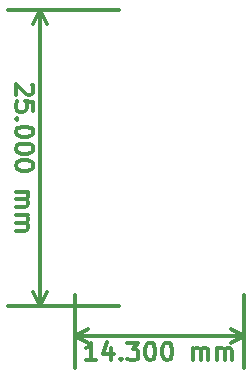
<source format=gbr>
G04 #@! TF.FileFunction,Drawing*
%FSLAX46Y46*%
G04 Gerber Fmt 4.6, Leading zero omitted, Abs format (unit mm)*
G04 Created by KiCad (PCBNEW 201611132049+7352~55~ubuntu14.04.1-product) date Wed Nov 16 08:41:23 2016*
%MOMM*%
%LPD*%
G01*
G04 APERTURE LIST*
%ADD10C,0.100000*%
%ADD11C,0.300000*%
G04 APERTURE END LIST*
D10*
D11*
X139678571Y-96335714D02*
X139750000Y-96407142D01*
X139821428Y-96550000D01*
X139821428Y-96907142D01*
X139750000Y-97050000D01*
X139678571Y-97121428D01*
X139535714Y-97192857D01*
X139392857Y-97192857D01*
X139178571Y-97121428D01*
X138321428Y-96264285D01*
X138321428Y-97192857D01*
X139821428Y-98550000D02*
X139821428Y-97835714D01*
X139107142Y-97764285D01*
X139178571Y-97835714D01*
X139250000Y-97978571D01*
X139250000Y-98335714D01*
X139178571Y-98478571D01*
X139107142Y-98550000D01*
X138964285Y-98621428D01*
X138607142Y-98621428D01*
X138464285Y-98550000D01*
X138392857Y-98478571D01*
X138321428Y-98335714D01*
X138321428Y-97978571D01*
X138392857Y-97835714D01*
X138464285Y-97764285D01*
X138464285Y-99264285D02*
X138392857Y-99335714D01*
X138321428Y-99264285D01*
X138392857Y-99192857D01*
X138464285Y-99264285D01*
X138321428Y-99264285D01*
X139821428Y-100264285D02*
X139821428Y-100407142D01*
X139750000Y-100550000D01*
X139678571Y-100621428D01*
X139535714Y-100692857D01*
X139250000Y-100764285D01*
X138892857Y-100764285D01*
X138607142Y-100692857D01*
X138464285Y-100621428D01*
X138392857Y-100550000D01*
X138321428Y-100407142D01*
X138321428Y-100264285D01*
X138392857Y-100121428D01*
X138464285Y-100050000D01*
X138607142Y-99978571D01*
X138892857Y-99907142D01*
X139250000Y-99907142D01*
X139535714Y-99978571D01*
X139678571Y-100050000D01*
X139750000Y-100121428D01*
X139821428Y-100264285D01*
X139821428Y-101692857D02*
X139821428Y-101835714D01*
X139750000Y-101978571D01*
X139678571Y-102050000D01*
X139535714Y-102121428D01*
X139250000Y-102192857D01*
X138892857Y-102192857D01*
X138607142Y-102121428D01*
X138464285Y-102050000D01*
X138392857Y-101978571D01*
X138321428Y-101835714D01*
X138321428Y-101692857D01*
X138392857Y-101550000D01*
X138464285Y-101478571D01*
X138607142Y-101407142D01*
X138892857Y-101335714D01*
X139250000Y-101335714D01*
X139535714Y-101407142D01*
X139678571Y-101478571D01*
X139750000Y-101550000D01*
X139821428Y-101692857D01*
X139821428Y-103121428D02*
X139821428Y-103264285D01*
X139750000Y-103407142D01*
X139678571Y-103478571D01*
X139535714Y-103550000D01*
X139250000Y-103621428D01*
X138892857Y-103621428D01*
X138607142Y-103550000D01*
X138464285Y-103478571D01*
X138392857Y-103407142D01*
X138321428Y-103264285D01*
X138321428Y-103121428D01*
X138392857Y-102978571D01*
X138464285Y-102907142D01*
X138607142Y-102835714D01*
X138892857Y-102764285D01*
X139250000Y-102764285D01*
X139535714Y-102835714D01*
X139678571Y-102907142D01*
X139750000Y-102978571D01*
X139821428Y-103121428D01*
X138321428Y-105407142D02*
X139321428Y-105407142D01*
X139178571Y-105407142D02*
X139250000Y-105478571D01*
X139321428Y-105621428D01*
X139321428Y-105835714D01*
X139250000Y-105978571D01*
X139107142Y-106050000D01*
X138321428Y-106050000D01*
X139107142Y-106050000D02*
X139250000Y-106121428D01*
X139321428Y-106264285D01*
X139321428Y-106478571D01*
X139250000Y-106621428D01*
X139107142Y-106692857D01*
X138321428Y-106692857D01*
X138321428Y-107407142D02*
X139321428Y-107407142D01*
X139178571Y-107407142D02*
X139250000Y-107478571D01*
X139321428Y-107621428D01*
X139321428Y-107835714D01*
X139250000Y-107978571D01*
X139107142Y-108050000D01*
X138321428Y-108050000D01*
X139107142Y-108050000D02*
X139250000Y-108121428D01*
X139321428Y-108264285D01*
X139321428Y-108478571D01*
X139250000Y-108621428D01*
X139107142Y-108692857D01*
X138321428Y-108692857D01*
X140350000Y-90050000D02*
X140350000Y-115050000D01*
X147050000Y-90050000D02*
X137650000Y-90050000D01*
X147050000Y-115050000D02*
X137650000Y-115050000D01*
X140350000Y-115050000D02*
X139763579Y-113923496D01*
X140350000Y-115050000D02*
X140936421Y-113923496D01*
X140350000Y-90050000D02*
X139763579Y-91176504D01*
X140350000Y-90050000D02*
X140936421Y-91176504D01*
X145142857Y-119678571D02*
X144285714Y-119678571D01*
X144714285Y-119678571D02*
X144714285Y-118178571D01*
X144571428Y-118392857D01*
X144428571Y-118535714D01*
X144285714Y-118607142D01*
X146428571Y-118678571D02*
X146428571Y-119678571D01*
X146071428Y-118107142D02*
X145714285Y-119178571D01*
X146642857Y-119178571D01*
X147214285Y-119535714D02*
X147285714Y-119607142D01*
X147214285Y-119678571D01*
X147142857Y-119607142D01*
X147214285Y-119535714D01*
X147214285Y-119678571D01*
X147785714Y-118178571D02*
X148714285Y-118178571D01*
X148214285Y-118750000D01*
X148428571Y-118750000D01*
X148571428Y-118821428D01*
X148642857Y-118892857D01*
X148714285Y-119035714D01*
X148714285Y-119392857D01*
X148642857Y-119535714D01*
X148571428Y-119607142D01*
X148428571Y-119678571D01*
X148000000Y-119678571D01*
X147857142Y-119607142D01*
X147785714Y-119535714D01*
X149642857Y-118178571D02*
X149785714Y-118178571D01*
X149928571Y-118250000D01*
X150000000Y-118321428D01*
X150071428Y-118464285D01*
X150142857Y-118750000D01*
X150142857Y-119107142D01*
X150071428Y-119392857D01*
X150000000Y-119535714D01*
X149928571Y-119607142D01*
X149785714Y-119678571D01*
X149642857Y-119678571D01*
X149500000Y-119607142D01*
X149428571Y-119535714D01*
X149357142Y-119392857D01*
X149285714Y-119107142D01*
X149285714Y-118750000D01*
X149357142Y-118464285D01*
X149428571Y-118321428D01*
X149500000Y-118250000D01*
X149642857Y-118178571D01*
X151071428Y-118178571D02*
X151214285Y-118178571D01*
X151357142Y-118250000D01*
X151428571Y-118321428D01*
X151500000Y-118464285D01*
X151571428Y-118750000D01*
X151571428Y-119107142D01*
X151500000Y-119392857D01*
X151428571Y-119535714D01*
X151357142Y-119607142D01*
X151214285Y-119678571D01*
X151071428Y-119678571D01*
X150928571Y-119607142D01*
X150857142Y-119535714D01*
X150785714Y-119392857D01*
X150714285Y-119107142D01*
X150714285Y-118750000D01*
X150785714Y-118464285D01*
X150857142Y-118321428D01*
X150928571Y-118250000D01*
X151071428Y-118178571D01*
X153357142Y-119678571D02*
X153357142Y-118678571D01*
X153357142Y-118821428D02*
X153428571Y-118750000D01*
X153571428Y-118678571D01*
X153785714Y-118678571D01*
X153928571Y-118750000D01*
X154000000Y-118892857D01*
X154000000Y-119678571D01*
X154000000Y-118892857D02*
X154071428Y-118750000D01*
X154214285Y-118678571D01*
X154428571Y-118678571D01*
X154571428Y-118750000D01*
X154642857Y-118892857D01*
X154642857Y-119678571D01*
X155357142Y-119678571D02*
X155357142Y-118678571D01*
X155357142Y-118821428D02*
X155428571Y-118750000D01*
X155571428Y-118678571D01*
X155785714Y-118678571D01*
X155928571Y-118750000D01*
X156000000Y-118892857D01*
X156000000Y-119678571D01*
X156000000Y-118892857D02*
X156071428Y-118750000D01*
X156214285Y-118678571D01*
X156428571Y-118678571D01*
X156571428Y-118750000D01*
X156642857Y-118892857D01*
X156642857Y-119678571D01*
X143350000Y-117650000D02*
X157650000Y-117650000D01*
X143350000Y-114150000D02*
X143350000Y-120350000D01*
X157650000Y-114150000D02*
X157650000Y-120350000D01*
X157650000Y-117650000D02*
X156523496Y-118236421D01*
X157650000Y-117650000D02*
X156523496Y-117063579D01*
X143350000Y-117650000D02*
X144476504Y-118236421D01*
X143350000Y-117650000D02*
X144476504Y-117063579D01*
M02*

</source>
